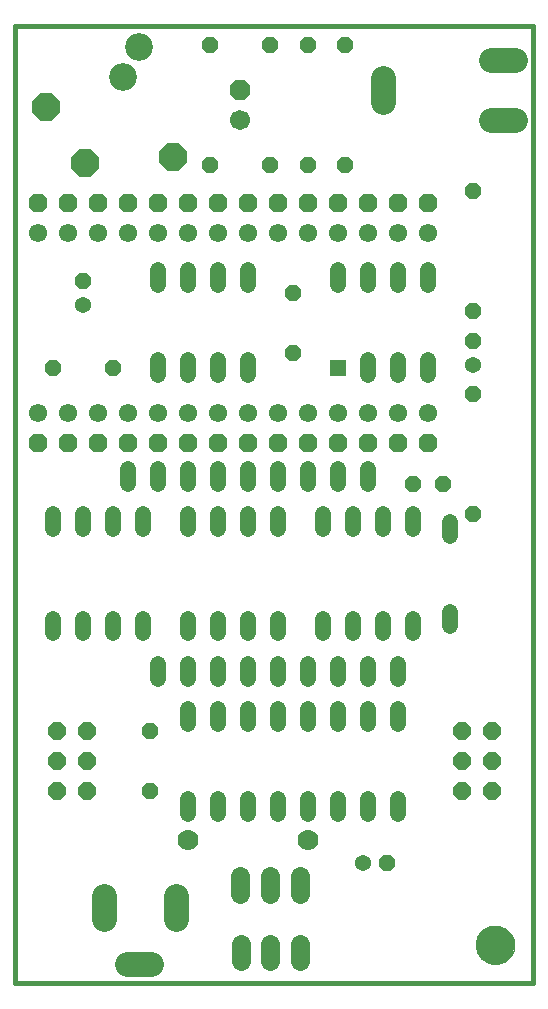
<source format=gbs>
G75*
%MOIN*%
%OFA0B0*%
%FSLAX24Y24*%
%IPPOS*%
%LPD*%
%AMOC8*
5,1,8,0,0,1.08239X$1,22.5*
%
%ADD10C,0.0160*%
%ADD11C,0.0000*%
%ADD12C,0.1300*%
%ADD13OC8,0.0520*%
%ADD14OC8,0.0925*%
%ADD15C,0.0925*%
%ADD16C,0.0520*%
%ADD17OC8,0.0670*%
%ADD18C,0.0670*%
%ADD19OC8,0.0540*%
%ADD20C,0.0540*%
%ADD21C,0.0820*%
%ADD22R,0.0520X0.0520*%
%ADD23C,0.0610*%
%ADD24C,0.0827*%
%ADD25C,0.0640*%
%ADD26OC8,0.0580*%
%ADD27C,0.0631*%
%ADD28C,0.0700*%
%ADD29OC8,0.0631*%
D10*
X001330Y000595D02*
X001330Y032466D01*
X018575Y032466D01*
X018575Y000595D01*
X001330Y000595D01*
D11*
X016700Y001845D02*
X016702Y001895D01*
X016708Y001945D01*
X016718Y001994D01*
X016732Y002042D01*
X016749Y002089D01*
X016770Y002134D01*
X016795Y002178D01*
X016823Y002219D01*
X016855Y002258D01*
X016889Y002295D01*
X016926Y002329D01*
X016966Y002359D01*
X017008Y002386D01*
X017052Y002410D01*
X017098Y002431D01*
X017145Y002447D01*
X017193Y002460D01*
X017243Y002469D01*
X017292Y002474D01*
X017343Y002475D01*
X017393Y002472D01*
X017442Y002465D01*
X017491Y002454D01*
X017539Y002439D01*
X017585Y002421D01*
X017630Y002399D01*
X017673Y002373D01*
X017714Y002344D01*
X017753Y002312D01*
X017789Y002277D01*
X017821Y002239D01*
X017851Y002199D01*
X017878Y002156D01*
X017901Y002112D01*
X017920Y002066D01*
X017936Y002018D01*
X017948Y001969D01*
X017956Y001920D01*
X017960Y001870D01*
X017960Y001820D01*
X017956Y001770D01*
X017948Y001721D01*
X017936Y001672D01*
X017920Y001624D01*
X017901Y001578D01*
X017878Y001534D01*
X017851Y001491D01*
X017821Y001451D01*
X017789Y001413D01*
X017753Y001378D01*
X017714Y001346D01*
X017673Y001317D01*
X017630Y001291D01*
X017585Y001269D01*
X017539Y001251D01*
X017491Y001236D01*
X017442Y001225D01*
X017393Y001218D01*
X017343Y001215D01*
X017292Y001216D01*
X017243Y001221D01*
X017193Y001230D01*
X017145Y001243D01*
X017098Y001259D01*
X017052Y001280D01*
X017008Y001304D01*
X016966Y001331D01*
X016926Y001361D01*
X016889Y001395D01*
X016855Y001432D01*
X016823Y001471D01*
X016795Y001512D01*
X016770Y001556D01*
X016749Y001601D01*
X016732Y001648D01*
X016718Y001696D01*
X016708Y001745D01*
X016702Y001795D01*
X016700Y001845D01*
D12*
X017330Y001845D03*
D13*
X016580Y016220D03*
X015580Y017220D03*
X014580Y017220D03*
X016580Y020220D03*
X016580Y022970D03*
X016580Y026970D03*
X012330Y027845D03*
X011080Y027845D03*
X009830Y027845D03*
X007830Y027845D03*
X007830Y031845D03*
X009830Y031845D03*
X011080Y031845D03*
X012330Y031845D03*
X010580Y023595D03*
X010580Y021595D03*
X004580Y021095D03*
X002580Y021095D03*
X005830Y008970D03*
X005830Y006970D03*
D14*
X003640Y027915D03*
X002360Y029765D03*
X006590Y028125D03*
D15*
X004900Y030785D03*
X005450Y031775D03*
D16*
X006080Y024335D02*
X006080Y023855D01*
X007080Y023855D02*
X007080Y024335D01*
X008080Y024335D02*
X008080Y023855D01*
X009080Y023855D02*
X009080Y024335D01*
X009080Y021335D02*
X009080Y020855D01*
X008080Y020855D02*
X008080Y021335D01*
X007080Y021335D02*
X007080Y020855D01*
X006080Y020855D02*
X006080Y021335D01*
X006080Y017710D02*
X006080Y017230D01*
X005580Y016200D02*
X005580Y015720D01*
X004580Y015720D02*
X004580Y016200D01*
X005080Y017230D02*
X005080Y017710D01*
X003580Y016200D02*
X003580Y015720D01*
X002580Y015720D02*
X002580Y016200D01*
X002580Y012720D02*
X002580Y012240D01*
X003580Y012240D02*
X003580Y012720D01*
X004580Y012720D02*
X004580Y012240D01*
X005580Y012240D02*
X005580Y012720D01*
X006080Y011210D02*
X006080Y010730D01*
X007080Y010730D02*
X007080Y011210D01*
X007080Y012240D02*
X007080Y012720D01*
X008080Y012720D02*
X008080Y012240D01*
X008080Y011210D02*
X008080Y010730D01*
X008080Y009710D02*
X008080Y009230D01*
X007080Y009230D02*
X007080Y009710D01*
X007080Y006710D02*
X007080Y006230D01*
X008080Y006230D02*
X008080Y006710D01*
X009080Y006710D02*
X009080Y006230D01*
X010080Y006230D02*
X010080Y006710D01*
X011080Y006710D02*
X011080Y006230D01*
X012080Y006230D02*
X012080Y006710D01*
X013080Y006710D02*
X013080Y006230D01*
X014080Y006230D02*
X014080Y006710D01*
X014080Y009230D02*
X014080Y009710D01*
X014080Y010730D02*
X014080Y011210D01*
X013580Y012240D02*
X013580Y012720D01*
X014580Y012720D02*
X014580Y012240D01*
X015830Y012480D02*
X015830Y012960D01*
X015830Y015480D02*
X015830Y015960D01*
X014580Y015720D02*
X014580Y016200D01*
X013580Y016200D02*
X013580Y015720D01*
X013080Y017230D02*
X013080Y017710D01*
X012080Y017710D02*
X012080Y017230D01*
X011580Y016200D02*
X011580Y015720D01*
X011080Y017230D02*
X011080Y017710D01*
X010080Y017710D02*
X010080Y017230D01*
X010080Y016200D02*
X010080Y015720D01*
X009080Y015720D02*
X009080Y016200D01*
X009080Y017230D02*
X009080Y017710D01*
X008080Y017710D02*
X008080Y017230D01*
X008080Y016200D02*
X008080Y015720D01*
X007080Y015720D02*
X007080Y016200D01*
X007080Y017230D02*
X007080Y017710D01*
X009080Y012720D02*
X009080Y012240D01*
X009080Y011210D02*
X009080Y010730D01*
X009080Y009710D02*
X009080Y009230D01*
X010080Y009230D02*
X010080Y009710D01*
X010080Y010730D02*
X010080Y011210D01*
X010080Y012240D02*
X010080Y012720D01*
X011080Y011210D02*
X011080Y010730D01*
X011080Y009710D02*
X011080Y009230D01*
X012080Y009230D02*
X012080Y009710D01*
X012080Y010730D02*
X012080Y011210D01*
X011580Y012240D02*
X011580Y012720D01*
X012580Y012720D02*
X012580Y012240D01*
X013080Y011210D02*
X013080Y010730D01*
X013080Y009710D02*
X013080Y009230D01*
X012580Y015720D02*
X012580Y016200D01*
X013080Y020855D02*
X013080Y021335D01*
X014080Y021335D02*
X014080Y020855D01*
X015080Y020855D02*
X015080Y021335D01*
X015080Y023855D02*
X015080Y024335D01*
X014080Y024335D02*
X014080Y023855D01*
X013080Y023855D02*
X013080Y024335D01*
X012080Y024335D02*
X012080Y023855D01*
D17*
X008830Y030345D03*
D18*
X008830Y029345D03*
D19*
X003580Y023995D03*
X013730Y004595D03*
X016580Y021995D03*
D20*
X016580Y021195D03*
X012930Y004595D03*
X003580Y023195D03*
D21*
X013580Y029955D02*
X013580Y030735D01*
X017190Y031345D02*
X017970Y031345D01*
X017970Y029345D02*
X017190Y029345D01*
D22*
X012080Y021095D03*
D23*
X012080Y019595D03*
X013080Y019595D03*
X014080Y019595D03*
X015080Y019595D03*
X011080Y019595D03*
X010080Y019595D03*
X009080Y019595D03*
X008080Y019595D03*
X007080Y019595D03*
X006080Y019595D03*
X005080Y019595D03*
X004080Y019595D03*
X003080Y019595D03*
X002080Y019595D03*
X002080Y025595D03*
X003080Y025595D03*
X004080Y025595D03*
X005080Y025595D03*
X006080Y025595D03*
X007080Y025595D03*
X008080Y025595D03*
X009080Y025595D03*
X010080Y025595D03*
X011080Y025595D03*
X012080Y025595D03*
X013080Y025595D03*
X014080Y025595D03*
X015080Y025595D03*
D24*
X006675Y003489D02*
X006675Y002701D01*
X005849Y001205D02*
X005061Y001205D01*
X004274Y002701D02*
X004274Y003489D01*
D25*
X008830Y003545D02*
X008830Y004145D01*
X009830Y004145D02*
X009830Y003545D01*
X010830Y003545D02*
X010830Y004145D01*
D26*
X016205Y006970D03*
X016205Y007970D03*
X016205Y008970D03*
X017205Y008970D03*
X017205Y007970D03*
X017205Y006970D03*
X003705Y006970D03*
X003705Y007970D03*
X003705Y008970D03*
X002705Y008970D03*
X002705Y007970D03*
X002705Y006970D03*
D27*
X008846Y001890D02*
X008846Y001300D01*
X009830Y001300D02*
X009830Y001890D01*
X010814Y001890D02*
X010814Y001300D01*
D28*
X011080Y005345D03*
X007080Y005345D03*
D29*
X007080Y018595D03*
X006080Y018595D03*
X005080Y018595D03*
X004080Y018595D03*
X003080Y018595D03*
X002080Y018595D03*
X002080Y026595D03*
X003080Y026595D03*
X004080Y026595D03*
X005080Y026595D03*
X006080Y026595D03*
X007080Y026595D03*
X008080Y026595D03*
X009080Y026595D03*
X010080Y026595D03*
X011080Y026595D03*
X012080Y026595D03*
X013080Y026595D03*
X014080Y026595D03*
X015080Y026595D03*
X015080Y018595D03*
X014080Y018595D03*
X013080Y018595D03*
X012080Y018595D03*
X011080Y018595D03*
X010080Y018595D03*
X009080Y018595D03*
X008080Y018595D03*
M02*

</source>
